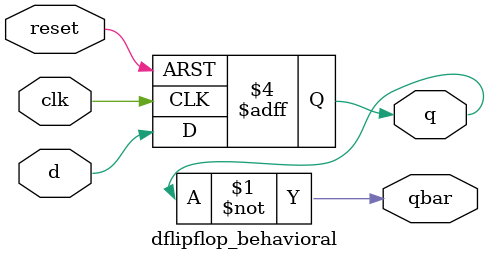
<source format=v>
`timescale 1ns / 1ps

module dflipflop_behavioral(d,reset,clk,q,qbar);
input d,reset,clk;
output reg q;
output qbar;

assign qbar=~q;

always@(posedge clk or posedge reset)

	begin
		if (reset==1)
				q=1'b0;
		else
				q=d;	 
	end
endmodule

</source>
